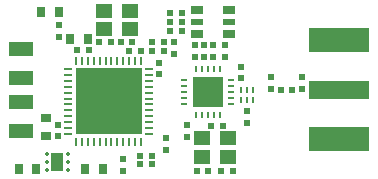
<source format=gtp>
%FSTAX43Y43*%
%MOMM*%
%SFA1B1*%

%IPPOS*%
%ADD10R,0.499999X0.599999*%
%ADD11R,0.599999X0.499999*%
%ADD12R,5.079990X2.031996*%
%ADD13R,5.079990X1.523997*%
%ADD14R,0.250000X0.549999*%
%ADD15R,0.699999X0.899998*%
%ADD16R,0.899998X0.699999*%
%ADD17R,1.049998X0.799998*%
%ADD18R,1.049998X0.599999*%
%ADD19R,1.999996X1.199998*%
%ADD20R,5.599989X5.599989*%
%ADD21O,0.699999X0.250000*%
%ADD22O,0.250000X0.699999*%
%ADD23O,0.499999X0.299999*%
%ADD24R,0.999998X1.599997*%
%ADD25O,0.649999X0.200000*%
%ADD26O,0.200000X0.649999*%
%ADD27R,2.599995X2.599995*%
%ADD28R,1.399997X1.149998*%
%LNzooidreceiverpcb-1*%
%LPD*%
G54D10*
X0013949Y0000624D03*
Y0001624D03*
X0019379Y0003559D03*
Y0004559D03*
X0023909Y0009479D03*
Y0008479D03*
X0021579Y0010309D03*
Y0011309D03*
X0020819Y0010309D03*
Y0011309D03*
X0024424Y0005724D03*
Y0004724D03*
X0020049Y0010309D03*
Y0011309D03*
X0008424Y0003574D03*
Y0004574D03*
X0022579Y0010309D03*
Y0011309D03*
X0018249Y0010549D03*
Y0011549D03*
X0017599Y0002439D03*
Y0003439D03*
X0016974Y0008824D03*
Y0009824D03*
X0008524Y0012999D03*
Y0011999D03*
X0026474Y0007574D03*
Y0008574D03*
X0029074Y0007574D03*
Y0008574D03*
G54D11*
X0027274Y0007499D03*
X0028274D03*
X0011024Y0010849D03*
X0010024D03*
X0022224Y0000599D03*
X0023224D03*
X0021159D03*
X0020159D03*
X0015449Y0010774D03*
X0014449D03*
X0016399Y0001949D03*
X0015399D03*
X0017369Y0011599D03*
X0016369D03*
X0013724Y0011524D03*
X0014724D03*
X0012899D03*
X0011899D03*
X0016399Y0001199D03*
X0015399D03*
X0021349Y0004419D03*
X0022349D03*
X0016379Y0010769D03*
X0017379D03*
X0017929Y0014009D03*
X0018929D03*
X0017929Y0013249D03*
X0018929D03*
X0017929Y0012479D03*
X0018929D03*
G54D12*
X0032249Y0003308D03*
Y001169D03*
G54D13*
X0032249Y0007499D03*
G54D14*
X0023924Y0006649D03*
X0024424D03*
X0024924D03*
Y0007499D03*
X0024424D03*
X0023924D03*
G54D15*
X0005099Y0000799D03*
X0006599D03*
X0012249D03*
X0010749D03*
X0009474Y0011774D03*
X0010974D03*
X0008474Y0014099D03*
X0006974D03*
G54D16*
X0007424Y0005124D03*
Y0003624D03*
G54D17*
X0022874Y0012199D03*
Y0014299D03*
X0020224Y0012199D03*
Y0014299D03*
G54D18*
X0022874Y0013249D03*
X0020224D03*
G54D19*
X0005274Y0006499D03*
Y0008499D03*
Y0010999D03*
Y0003999D03*
G54D20*
X0012699Y0006524D03*
G54D21*
X0016149Y0009274D03*
Y0008774D03*
Y0008274D03*
Y0007774D03*
Y0007274D03*
Y0006774D03*
Y0006274D03*
Y0005774D03*
Y0005274D03*
Y0004774D03*
Y0004274D03*
Y0003774D03*
X0009249D03*
Y0004274D03*
Y0004774D03*
Y0005274D03*
Y0005774D03*
Y0006274D03*
Y0006774D03*
Y0007274D03*
Y0007774D03*
Y0008274D03*
Y0008774D03*
Y0009274D03*
G54D22*
X0015449Y0003074D03*
X0014949D03*
X0014449D03*
X0012949D03*
X0012449D03*
X0011949D03*
X0011449D03*
X0010949D03*
X0010449D03*
X0009949D03*
Y0009974D03*
X0010449D03*
X0010949D03*
X0011449D03*
X0011949D03*
X0012449D03*
X0012949D03*
X0013449D03*
X0013949D03*
X0014449D03*
X0014949D03*
X0015449D03*
X0013949Y0003074D03*
X0013449D03*
G54D23*
X0009249Y0000749D03*
Y0001399D03*
Y0002049D03*
X0007449D03*
Y0001399D03*
Y0000749D03*
G54D24*
X0008349Y0001399D03*
G54D25*
X0019124Y0008324D03*
Y0007824D03*
Y0007324D03*
Y0006824D03*
Y0006324D03*
X0023074D03*
Y0006824D03*
Y0007324D03*
Y0007824D03*
Y0008324D03*
G54D26*
X0020099Y0005349D03*
X0020599D03*
X0021099D03*
X0021599D03*
X0022099D03*
Y0009299D03*
X0021599D03*
X0021099D03*
X0020599D03*
X0020099D03*
G54D27*
X0021099Y0007324D03*
G54D28*
X0014499Y0012624D03*
X0012299D03*
Y0014224D03*
X0014499D03*
X0020624Y0003399D03*
X0022824D03*
Y0001799D03*
X0020624D03*
M02*
</source>
